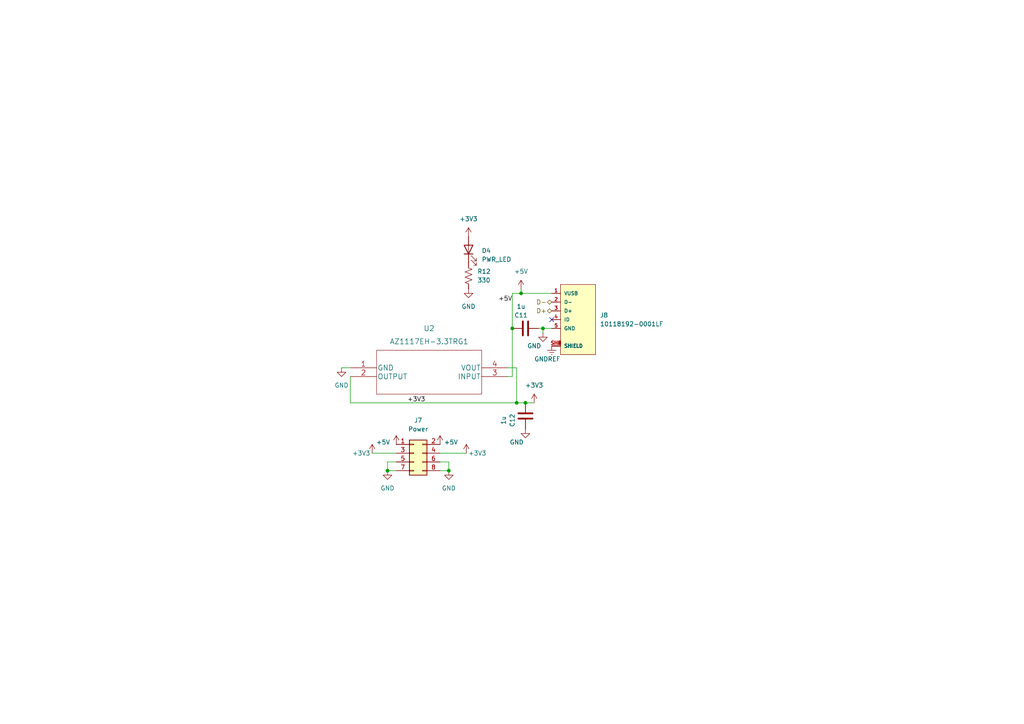
<source format=kicad_sch>
(kicad_sch (version 20211123) (generator eeschema)
  (paper "A4")
  (lib_symbols
    (symbol "10118192-0001LF:10118192-0001LF" (pin_names (offset 1.016))
      (property "Reference" "J" (at -5.08 10.6934 0))
      (property "Value" "10118192-0001LF" (at -5.08 -12.7254 0))
      (symbol "10118192-0001LF_0_0"
        (rectangle (start -5.08 -10.16) (end 5.08 10.16) (stroke (width 0.1524)) (fill (type background)))
        (pin passive line (at -7.62 7.62 0) (length 2.54) (name "VUSB") (number "1"))
        (pin passive line (at -7.62 5.08 0) (length 2.54) (name "D-") (number "2"))
        (pin passive line (at -7.62 2.54 0) (length 2.54) (name "D+") (number "3"))
        (pin passive line (at -7.62 0 0) (length 2.54) (name "ID") (number "4"))
        (pin passive line (at -7.62 -2.54 0) (length 2.54) (name "GND") (number "5"))
        (pin passive line (at -7.62 -7.62 0) (length 2.54) (name "SHIELD") (number "SH1"))
        (pin passive line (at -7.62 -7.62 0) (length 2.54) (name "SHIELD") (number "SH2"))
        (pin passive line (at -7.62 -7.62 0) (length 2.54) (name "SHIELD") (number "SH3"))
        (pin passive line (at -7.62 -7.62 0) (length 2.54) (name "SHIELD") (number "SH4"))
        (pin passive line (at -7.62 -7.62 0) (length 2.54) (name "SHIELD") (number "SH5"))
        (pin passive line (at -7.62 -7.62 0) (length 2.54) (name "SHIELD") (number "SH6"))
      )
    )
    (symbol "2022-09-02_18-05-57:AZ1117EH-3.3TRG1" (pin_names (offset 0.254))
      (property "Reference" "U" (at 22.86 10.16 0))
      (property "Value" "AZ1117EH-3.3TRG1" (at 22.86 7.62 0))
      (symbol "AZ1117EH-3.3TRG1_1_1"
        (polyline (pts (xy 7.62 -7.62) (xy 38.1 -7.62)) (stroke (width 0.127)))
        (polyline (pts (xy 7.62 5.08) (xy 7.62 -7.62)) (stroke (width 0.127)))
        (polyline (pts (xy 38.1 -7.62) (xy 38.1 5.08)) (stroke (width 0.127)))
        (polyline (pts (xy 38.1 5.08) (xy 7.62 5.08)) (stroke (width 0.127)))
        (pin power_in line (at 0 0 0) (length 7.62) (name "GND") (number "1"))
        (pin output line (at 0 -2.54 0) (length 7.62) (name "OUTPUT") (number "2"))
        (pin input line (at 45.72 -2.54 180) (length 7.62) (name "INPUT") (number "3"))
        (pin output line (at 45.72 0 180) (length 7.62) (name "VOUT") (number "4"))
      )
    )
    (symbol "Connector_Generic:Conn_02x04_Odd_Even" (pin_names (offset 1.016) hide)
      (property "Reference" "J" (at 1.27 5.08 0))
      (property "Value" "Conn_02x04_Odd_Even" (at 1.27 -7.62 0))
      (symbol "Conn_02x04_Odd_Even_1_1"
        (rectangle (start -1.27 -4.953) (end 0 -5.207) (stroke (width 0.1524)))
        (rectangle (start -1.27 -2.413) (end 0 -2.667) (stroke (width 0.1524)))
        (rectangle (start -1.27 0.127) (end 0 -0.127) (stroke (width 0.1524)))
        (rectangle (start -1.27 2.667) (end 0 2.413) (stroke (width 0.1524)))
        (rectangle (start -1.27 3.81) (end 3.81 -6.35) (stroke (width 0.254)) (fill (type background)))
        (rectangle (start 3.81 -4.953) (end 2.54 -5.207) (stroke (width 0.1524)))
        (rectangle (start 3.81 -2.413) (end 2.54 -2.667) (stroke (width 0.1524)))
        (rectangle (start 3.81 0.127) (end 2.54 -0.127) (stroke (width 0.1524)))
        (rectangle (start 3.81 2.667) (end 2.54 2.413) (stroke (width 0.1524)))
        (pin passive line (at -5.08 2.54 0) (length 3.81) (name "Pin_1") (number "1"))
        (pin passive line (at 7.62 2.54 180) (length 3.81) (name "Pin_2") (number "2"))
        (pin passive line (at -5.08 0 0) (length 3.81) (name "Pin_3") (number "3"))
        (pin passive line (at 7.62 0 180) (length 3.81) (name "Pin_4") (number "4"))
        (pin passive line (at -5.08 -2.54 0) (length 3.81) (name "Pin_5") (number "5"))
        (pin passive line (at 7.62 -2.54 180) (length 3.81) (name "Pin_6") (number "6"))
        (pin passive line (at -5.08 -5.08 0) (length 3.81) (name "Pin_7") (number "7"))
        (pin passive line (at 7.62 -5.08 180) (length 3.81) (name "Pin_8") (number "8"))
      )
    )
    (symbol "Device:C" (pin_numbers hide) (pin_names (offset 0.254))
      (property "Reference" "C" (at 0.635 2.54 0))
      (property "Value" "C" (at 0.635 -2.54 0))
      (symbol "C_0_1"
        (polyline (pts (xy -2.032 -0.762) (xy 2.032 -0.762)) (stroke (width 0.508)))
        (polyline (pts (xy -2.032 0.762) (xy 2.032 0.762)) (stroke (width 0.508)))
      )
      (symbol "C_1_1"
        (pin passive line (at 0 3.81 270) (length 2.794) (name "~") (number "1"))
        (pin passive line (at 0 -3.81 90) (length 2.794) (name "~") (number "2"))
      )
    )
    (symbol "Device:LED" (pin_numbers hide) (pin_names (offset 1.016) hide)
      (property "Reference" "D" (at 0 2.54 0))
      (property "Value" "LED" (at 0 -2.54 0))
      (symbol "LED_0_1"
        (polyline (pts (xy -1.27 -1.27) (xy -1.27 1.27)) (stroke (width 0.254)))
        (polyline (pts (xy -1.27 0) (xy 1.27 0)))
        (polyline (pts (xy 1.27 -1.27) (xy 1.27 1.27) (xy -1.27 0) (xy 1.27 -1.27)) (stroke (width 0.254)))
        (polyline (pts (xy -3.048 -0.762) (xy -4.572 -2.286) (xy -3.81 -2.286) (xy -4.572 -2.286) (xy -4.572 -1.524)))
        (polyline (pts (xy -1.778 -0.762) (xy -3.302 -2.286) (xy -2.54 -2.286) (xy -3.302 -2.286) (xy -3.302 -1.524)))
      )
      (symbol "LED_1_1"
        (pin passive line (at -3.81 0 0) (length 2.54) (name "K") (number "1"))
        (pin passive line (at 3.81 0 180) (length 2.54) (name "A") (number "2"))
      )
    )
    (symbol "Device:R_US" (pin_numbers hide) (pin_names (offset 0))
      (property "Reference" "R" (at 2.54 0 90))
      (property "Value" "R_US" (at -2.54 0 90))
      (symbol "R_US_0_1"
        (polyline (pts (xy 0 -2.286) (xy 0 -2.54)))
        (polyline (pts (xy 0 2.286) (xy 0 2.54)))
        (polyline (pts (xy 0 -0.762) (xy 1.016 -1.143) (xy 0 -1.524) (xy -1.016 -1.905) (xy 0 -2.286)))
        (polyline (pts (xy 0 0.762) (xy 1.016 0.381) (xy 0 0) (xy -1.016 -0.381) (xy 0 -0.762)))
        (polyline (pts (xy 0 2.286) (xy 1.016 1.905) (xy 0 1.524) (xy -1.016 1.143) (xy 0 0.762)))
      )
      (symbol "R_US_1_1"
        (pin passive line (at 0 3.81 270) (length 1.27) (name "~") (number "1"))
        (pin passive line (at 0 -3.81 90) (length 1.27) (name "~") (number "2"))
      )
    )
    (symbol "power:+3V3" (power) (pin_names (offset 0))
      (property "Value" "+3V3" (at 0 3.556 0))
      (symbol "+3V3_0_1"
        (polyline (pts (xy -0.762 1.27) (xy 0 2.54)))
        (polyline (pts (xy 0 0) (xy 0 2.54)))
        (polyline (pts (xy 0 2.54) (xy 0.762 1.27)))
      )
      (symbol "+3V3_1_1"
        (pin power_in line (at 0 0 90) (length 0) hide (name "+3V3") (number "1"))
      )
    )
    (symbol "power:+5V" (power) (pin_names (offset 0))
      (property "Value" "+5V" (at 0 3.556 0))
      (symbol "+5V_0_1"
        (polyline (pts (xy -0.762 1.27) (xy 0 2.54)))
        (polyline (pts (xy 0 0) (xy 0 2.54)))
        (polyline (pts (xy 0 2.54) (xy 0.762 1.27)))
      )
      (symbol "+5V_1_1"
        (pin power_in line (at 0 0 90) (length 0) hide (name "+5V") (number "1"))
      )
    )
    (symbol "power:GND" (power) (pin_names (offset 0))
      (property "Value" "GND" (at 0 -3.81 0))
      (symbol "GND_0_1"
        (polyline (pts (xy 0 0) (xy 0 -1.27) (xy 1.27 -1.27) (xy 0 -2.54) (xy -1.27 -1.27) (xy 0 -1.27)))
      )
      (symbol "GND_1_1"
        (pin power_in line (at 0 0 270) (length 0) hide (name "GND") (number "1"))
      )
    )
    (symbol "power:GNDREF" (power) (pin_names (offset 0))
      (property "Value" "GNDREF" (at 0 -3.81 0))
      (symbol "GNDREF_0_1"
        (polyline (pts (xy -0.635 -1.905) (xy 0.635 -1.905)))
        (polyline (pts (xy -0.127 -2.54) (xy 0.127 -2.54)))
        (polyline (pts (xy 0 -1.27) (xy 0 0)))
        (polyline (pts (xy 1.27 -1.27) (xy -1.27 -1.27)))
      )
      (symbol "GNDREF_1_1"
        (pin power_in line (at 0 0 270) (length 0) hide (name "GNDREF") (number "1"))
      )
    )
  )
  (junction (at 157.48 95.25))
  (junction (at 151.13 85.09))
  (junction (at 152.4 116.84))
  (junction (at 148.59 95.25))
  (junction (at 149.86 116.84))
  (junction (at 112.395 136.525))
  (junction (at 130.175 136.525))
  (no_connect (at 160.02 92.71))
  (wire (pts (xy 149.86 116.84) (xy 101.6 116.84)))
  (wire (pts (xy 152.4 116.84) (xy 154.94 116.84)))
  (wire (pts (xy 114.935 133.985) (xy 112.395 133.985)))
  (wire (pts (xy 148.59 95.25) (xy 148.59 109.22)))
  (wire (pts (xy 130.175 133.985) (xy 130.175 136.525)))
  (wire (pts (xy 147.32 109.22) (xy 148.59 109.22)))
  (wire (pts (xy 157.48 95.25) (xy 160.02 95.25)))
  (wire (pts (xy 127.635 131.445) (xy 135.255 131.445)))
  (wire (pts (xy 149.86 106.68) (xy 149.86 116.84)))
  (wire (pts (xy 101.6 116.84) (xy 101.6 109.22)))
  (wire (pts (xy 127.635 136.525) (xy 130.175 136.525)))
  (wire (pts (xy 112.395 136.525) (xy 114.935 136.525)))
  (wire (pts (xy 151.13 85.09) (xy 160.02 85.09)))
  (wire (pts (xy 147.32 106.68) (xy 149.86 106.68)))
  (wire (pts (xy 127.635 133.985) (xy 130.175 133.985)))
  (wire (pts (xy 107.95 131.445) (xy 114.935 131.445)))
  (wire (pts (xy 148.59 85.09) (xy 151.13 85.09)))
  (wire (pts (xy 99.06 106.68) (xy 101.6 106.68)))
  (wire (pts (xy 149.86 116.84) (xy 152.4 116.84)))
  (wire (pts (xy 151.13 83.82) (xy 151.13 85.09)))
  (wire (pts (xy 148.59 85.09) (xy 148.59 95.25)))
  (wire (pts (xy 156.21 95.25) (xy 157.48 95.25)))
  (wire (pts (xy 112.395 133.985) (xy 112.395 136.525)))
  (wire (pts (xy 157.48 95.25) (xy 157.48 96.52)))
  (label "+3V3" (at 118.11 116.84 0))
  (label "+5V" (at 148.59 87.63 180))
  (hierarchical_label "D-" (shape bidirectional) (at 160.02 87.63 180))
  (hierarchical_label "D+" (shape bidirectional) (at 160.02 90.17 180))
  (symbol (lib_id "Device:R_US") (at 135.89 80.01 0) (unit 1)
    (property "Reference" "R12" (at 138.43 78.7399 0) (effects (justify left)))
    (property "Value" "330" (at 138.43 81.2799 0) (effects (justify left)))
    (property "Footprint" "Lambley:0603-1608M" (effects hide))
  )
  (symbol (lib_id "power:GND") (at 112.395 136.525 0) (unit 1)
    (property "Reference" "#PWR0143" (effects hide))
    (property "Value" "GND" (at 112.395 141.605 0))
  )
  (symbol (lib_id "Device:C") (at 152.4 120.65 0) (unit 1)
    (property "Reference" "C12" (at 148.59 121.92 90))
    (property "Value" "1u" (at 146.05 121.92 90))
    (property "Footprint" "Lambley:0603-1608M" (effects hide))
  )
  (symbol (lib_id "power:GND") (at 157.48 96.52 0) (unit 1)
    (property "Reference" "#PWR0109" (effects hide))
    (property "Value" "GND" (at 154.94 100.33 0))
  )
  (symbol (lib_id "power:+3V3") (at 154.94 116.84 0) (unit 1)
    (property "Reference" "#PWR0113" (effects hide))
    (property "Value" "+3V3" (at 154.94 111.76 0))
  )
  (symbol (lib_id "power:GNDREF") (at 160.02 100.33 0) (unit 1)
    (property "Reference" "#PWR0110" (effects hide))
    (property "Value" "GNDREF" (at 158.75 104.14 0))
  )
  (symbol (lib_id "power:+5V") (at 151.13 83.82 0) (unit 1)
    (property "Reference" "#PWR0147" (effects hide))
    (property "Value" "+5V" (at 151.13 78.74 0))
  )
  (symbol (lib_id "power:+3V3") (at 107.95 131.445 0) (unit 1)
    (property "Reference" "#PWR0144" (effects hide))
    (property "Value" "+3V3" (at 104.775 131.445 0))
  )
  (symbol (lib_id "power:GND") (at 135.89 83.82 0) (unit 1)
    (property "Reference" "#PWR0111" (effects hide))
    (property "Value" "GND" (at 135.89 88.9 0))
  )
  (symbol (lib_id "Device:C") (at 152.4 95.25 270) (unit 1)
    (property "Reference" "C11" (at 151.13 91.44 90))
    (property "Value" "1u" (at 151.13 88.9 90))
    (property "Footprint" "Lambley:0603-1608M" (effects hide))
  )
  (symbol (lib_id "power:GND") (at 99.06 106.68 0) (unit 1)
    (property "Reference" "#PWR0112" (effects hide))
    (property "Value" "GND" (at 99.06 111.76 0))
  )
  (symbol (lib_id "2022-09-02_18-05-57:AZ1117EH-3.3TRG1") (at 101.6 106.68 0) (unit 1)
    (property "Reference" "U2" (at 124.46 95.25 0) (effects (font (size 1.524 1.524))))
    (property "Value" "AZ1117EH-3.3TRG1" (at 124.46 99.06 0) (effects (font (size 1.524 1.524))))
    (property "Footprint" "ul_AZ1117EH-3-3TRG1:AZ1117EH-3.3TRG1" (effects hide))
  )
  (symbol (lib_id "Connector_Generic:Conn_02x04_Odd_Even") (at 120.015 131.445 0) (unit 1)
    (property "Reference" "J7" (at 121.285 121.92 0))
    (property "Value" "Power" (at 121.285 124.46 0))
    (property "Footprint" "Lambley:02x04" (effects hide))
  )
  (symbol (lib_id "power:GND") (at 130.175 136.525 0) (unit 1)
    (property "Reference" "#PWR0141" (effects hide))
    (property "Value" "GND" (at 130.175 141.605 0))
  )
  (symbol (lib_id "power:+5V") (at 114.935 128.905 0) (unit 1)
    (property "Reference" "#PWR0146" (effects hide))
    (property "Value" "+5V" (at 111.125 128.27 0))
  )
  (symbol (lib_id "Device:LED") (at 135.89 72.39 90) (unit 1)
    (property "Reference" "D4" (at 139.7 72.7074 90) (effects (justify right)))
    (property "Value" "PWR_LED" (at 139.7 75.2474 90) (effects (justify right)))
    (property "Footprint" "Lambley:0603-1608M" (effects hide))
  )
  (symbol (lib_id "power:GND") (at 152.4 124.46 0) (unit 1)
    (property "Reference" "#PWR0114" (effects hide))
    (property "Value" "GND" (at 149.86 128.27 0))
  )
  (symbol (lib_id "10118192-0001LF:10118192-0001LF") (at 167.64 92.71 0) (unit 1)
    (property "Reference" "J8" (at 173.99 91.4399 0) (effects (justify left)))
    (property "Value" "10118192-0001LF" (at 173.99 93.9799 0) (effects (justify left)))
    (property "Footprint" "10118192-0001LF:AMPHENOL_10118192-0001LF" (effects hide))
    (property "PARTREV" "B" (effects hide))
    (property "MANUFACTURER" "Amphenol" (effects hide))
    (property "STANDARD" "Manufacturer Recommendation" (effects hide))
  )
  (symbol (lib_id "power:+3V3") (at 135.89 68.58 0) (unit 1)
    (property "Reference" "#PWR0106" (effects hide))
    (property "Value" "+3V3" (at 135.89 63.5 0))
  )
  (symbol (lib_id "power:+3V3") (at 135.255 131.445 0) (unit 1)
    (property "Reference" "#PWR0142" (effects hide))
    (property "Value" "+3V3" (at 138.43 131.445 0))
  )
  (symbol (lib_id "power:+5V") (at 127.635 128.905 0) (unit 1)
    (property "Reference" "#PWR0145" (effects hide))
    (property "Value" "+5V" (at 130.81 128.27 0))
  )
)
</source>
